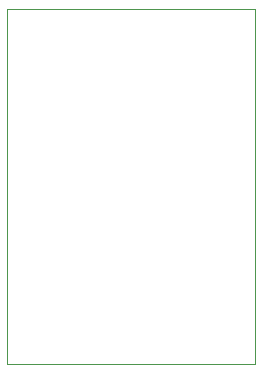
<source format=gbr>
%TF.GenerationSoftware,KiCad,Pcbnew,7.0.5*%
%TF.CreationDate,2023-08-05T10:49:09-04:00*%
%TF.ProjectId,Board_To_Be_Tested,426f6172-645f-4546-9f5f-42655f546573,rev?*%
%TF.SameCoordinates,Original*%
%TF.FileFunction,Profile,NP*%
%FSLAX46Y46*%
G04 Gerber Fmt 4.6, Leading zero omitted, Abs format (unit mm)*
G04 Created by KiCad (PCBNEW 7.0.5) date 2023-08-05 10:49:09*
%MOMM*%
%LPD*%
G01*
G04 APERTURE LIST*
%TA.AperFunction,Profile*%
%ADD10C,0.100000*%
%TD*%
G04 APERTURE END LIST*
D10*
X124500000Y-108000000D02*
X145500000Y-108000000D01*
X145500000Y-138000000D01*
X124500000Y-138000000D01*
X124500000Y-108000000D01*
M02*

</source>
